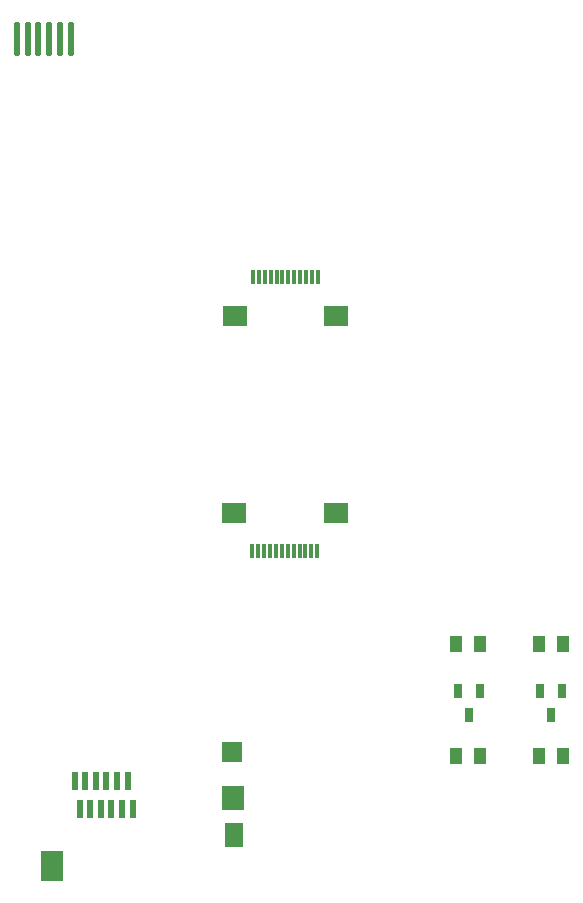
<source format=gbr>
%TF.GenerationSoftware,KiCad,Pcbnew,8.0.4*%
%TF.CreationDate,2025-06-05T19:44:25+01:00*%
%TF.ProjectId,psptvout,70737074-766f-4757-942e-6b696361645f,rev?*%
%TF.SameCoordinates,Original*%
%TF.FileFunction,Paste,Top*%
%TF.FilePolarity,Positive*%
%FSLAX46Y46*%
G04 Gerber Fmt 4.6, Leading zero omitted, Abs format (unit mm)*
G04 Created by KiCad (PCBNEW 8.0.4) date 2025-06-05 19:44:25*
%MOMM*%
%LPD*%
G01*
G04 APERTURE LIST*
G04 Aperture macros list*
%AMRoundRect*
0 Rectangle with rounded corners*
0 $1 Rounding radius*
0 $2 $3 $4 $5 $6 $7 $8 $9 X,Y pos of 4 corners*
0 Add a 4 corners polygon primitive as box body*
4,1,4,$2,$3,$4,$5,$6,$7,$8,$9,$2,$3,0*
0 Add four circle primitives for the rounded corners*
1,1,$1+$1,$2,$3*
1,1,$1+$1,$4,$5*
1,1,$1+$1,$6,$7*
1,1,$1+$1,$8,$9*
0 Add four rect primitives between the rounded corners*
20,1,$1+$1,$2,$3,$4,$5,0*
20,1,$1+$1,$4,$5,$6,$7,0*
20,1,$1+$1,$6,$7,$8,$9,0*
20,1,$1+$1,$8,$9,$2,$3,0*%
G04 Aperture macros list end*
%ADD10R,1.132537X1.377013*%
%ADD11R,1.775000X1.700000*%
%ADD12R,1.925000X2.125000*%
%ADD13R,1.900000X2.600000*%
%ADD14R,1.625000X2.025000*%
%ADD15R,0.600000X1.600000*%
%ADD16R,0.700000X1.250013*%
%ADD17RoundRect,0.117500X0.117500X1.332500X-0.117500X1.332500X-0.117500X-1.332500X0.117500X-1.332500X0*%
%ADD18R,0.300000X1.200000*%
%ADD19R,2.000000X1.800000*%
G04 APERTURE END LIST*
D10*
%TO.C,R2*%
X205025000Y-114925000D03*
X207025000Y-114925000D03*
%TD*%
%TO.C,R1*%
X207025000Y-124425000D03*
X205025000Y-124425000D03*
%TD*%
D11*
%TO.C,U6*%
X179009706Y-124087500D03*
D12*
X179084706Y-127950000D03*
D13*
X163772206Y-133737500D03*
D14*
X179234706Y-131125000D03*
D15*
X170622206Y-128862500D03*
X169722206Y-128862500D03*
X168822206Y-128862500D03*
X167922206Y-128862500D03*
X167022206Y-128862500D03*
X166122206Y-128862500D03*
X170197206Y-126537500D03*
X169297206Y-126537500D03*
X168397206Y-126537500D03*
X167497206Y-126537500D03*
X166597206Y-126537500D03*
X165697206Y-126537500D03*
%TD*%
D16*
%TO.C,U5*%
X200025000Y-118925000D03*
X198125076Y-118925000D03*
X199075038Y-120925000D03*
%TD*%
%TO.C,U4*%
X206974962Y-118925000D03*
X205075038Y-118925000D03*
X206025000Y-120925000D03*
%TD*%
D10*
%TO.C,R3*%
X198025000Y-114925000D03*
X200025000Y-114925000D03*
%TD*%
D17*
%TO.C,U1*%
X160800500Y-63687500D03*
X161720500Y-63687500D03*
X162640500Y-63687500D03*
X163560500Y-63687500D03*
X164480500Y-63687500D03*
X165400500Y-63687500D03*
%TD*%
D18*
%TO.C,U2*%
X186300064Y-83875032D03*
X185799936Y-83875032D03*
X185300064Y-83875032D03*
X184799936Y-83875032D03*
X184300064Y-83875032D03*
X183799936Y-83875032D03*
X183300064Y-83875032D03*
X182799936Y-83875032D03*
X182300064Y-83875032D03*
X181799936Y-83875032D03*
X181300064Y-83875032D03*
X180799936Y-83875032D03*
D19*
X179250025Y-87124968D03*
X187849975Y-87124968D03*
%TD*%
D10*
%TO.C,R4*%
X198025000Y-124425000D03*
X200025000Y-124425000D03*
%TD*%
D18*
%TO.C,U3*%
X180749961Y-107049936D03*
X181250089Y-107049936D03*
X181749961Y-107049936D03*
X182250089Y-107049936D03*
X182749961Y-107049936D03*
X183250089Y-107049936D03*
X183749961Y-107049936D03*
X184250089Y-107049936D03*
X184749961Y-107049936D03*
X185250089Y-107049936D03*
X185749961Y-107049936D03*
X186250089Y-107049936D03*
D19*
X187800000Y-103800000D03*
X179200050Y-103800000D03*
%TD*%
M02*

</source>
